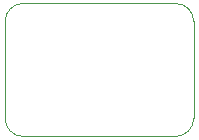
<source format=gbr>
%TF.GenerationSoftware,KiCad,Pcbnew,(5.1.9)-1*%
%TF.CreationDate,2021-02-27T16:08:43-06:00*%
%TF.ProjectId,joy-esd-v2,6a6f792d-6573-4642-9d76-322e6b696361,rev?*%
%TF.SameCoordinates,Original*%
%TF.FileFunction,Profile,NP*%
%FSLAX46Y46*%
G04 Gerber Fmt 4.6, Leading zero omitted, Abs format (unit mm)*
G04 Created by KiCad (PCBNEW (5.1.9)-1) date 2021-02-27 16:08:43*
%MOMM*%
%LPD*%
G01*
G04 APERTURE LIST*
%TA.AperFunction,Profile*%
%ADD10C,0.050000*%
%TD*%
G04 APERTURE END LIST*
D10*
X147955000Y-84201000D02*
X147955000Y-92405200D01*
X162407600Y-82677000D02*
X149479000Y-82677000D01*
X163931600Y-92405200D02*
X163931600Y-84201000D01*
X149479000Y-93929200D02*
X162407600Y-93929200D01*
X163931600Y-92405200D02*
G75*
G02*
X162407600Y-93929200I-1524000J0D01*
G01*
X162407600Y-82677000D02*
G75*
G02*
X163931600Y-84201000I0J-1524000D01*
G01*
X147955000Y-84201000D02*
G75*
G02*
X149479000Y-82677000I1524000J0D01*
G01*
X149479000Y-93929200D02*
G75*
G02*
X147955000Y-92405200I0J1524000D01*
G01*
M02*

</source>
